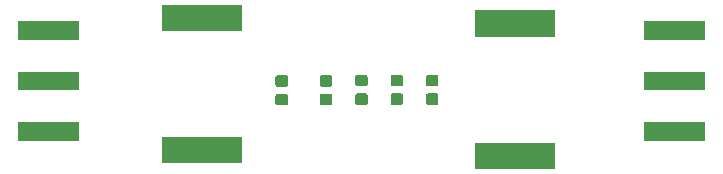
<source format=gts>
G04 #@! TF.GenerationSoftware,KiCad,Pcbnew,(5.1.0)-1*
G04 #@! TF.CreationDate,2019-05-10T18:53:53+02:00*
G04 #@! TF.ProjectId,30mhzLP,33306d68-7a4c-4502-9e6b-696361645f70,rev?*
G04 #@! TF.SameCoordinates,Original*
G04 #@! TF.FileFunction,Soldermask,Top*
G04 #@! TF.FilePolarity,Negative*
%FSLAX46Y46*%
G04 Gerber Fmt 4.6, Leading zero omitted, Abs format (unit mm)*
G04 Created by KiCad (PCBNEW (5.1.0)-1) date 2019-05-10 18:53:53*
%MOMM*%
%LPD*%
G04 APERTURE LIST*
%ADD10C,0.100000*%
G04 APERTURE END LIST*
D10*
G36*
X161416000Y-119971000D02*
G01*
X154584000Y-119971000D01*
X154584000Y-117709000D01*
X161416000Y-117709000D01*
X161416000Y-119971000D01*
X161416000Y-119971000D01*
G37*
G36*
X134916000Y-119471000D02*
G01*
X128084000Y-119471000D01*
X128084000Y-117209000D01*
X134916000Y-117209000D01*
X134916000Y-119471000D01*
X134916000Y-119471000D01*
G37*
G36*
X174091000Y-117551000D02*
G01*
X168909000Y-117551000D01*
X168909000Y-115949000D01*
X174091000Y-115949000D01*
X174091000Y-117551000D01*
X174091000Y-117551000D01*
G37*
G36*
X121091000Y-117551000D02*
G01*
X115909000Y-117551000D01*
X115909000Y-115949000D01*
X121091000Y-115949000D01*
X121091000Y-117551000D01*
X121091000Y-117551000D01*
G37*
G36*
X138629591Y-113590585D02*
G01*
X138663569Y-113600893D01*
X138694890Y-113617634D01*
X138722339Y-113640161D01*
X138744866Y-113667610D01*
X138761607Y-113698931D01*
X138771915Y-113732909D01*
X138776000Y-113774390D01*
X138776000Y-114375610D01*
X138771915Y-114417091D01*
X138761607Y-114451069D01*
X138744866Y-114482390D01*
X138722339Y-114509839D01*
X138694890Y-114532366D01*
X138663569Y-114549107D01*
X138629591Y-114559415D01*
X138588110Y-114563500D01*
X137911890Y-114563500D01*
X137870409Y-114559415D01*
X137836431Y-114549107D01*
X137805110Y-114532366D01*
X137777661Y-114509839D01*
X137755134Y-114482390D01*
X137738393Y-114451069D01*
X137728085Y-114417091D01*
X137724000Y-114375610D01*
X137724000Y-113774390D01*
X137728085Y-113732909D01*
X137738393Y-113698931D01*
X137755134Y-113667610D01*
X137777661Y-113640161D01*
X137805110Y-113617634D01*
X137836431Y-113600893D01*
X137870409Y-113590585D01*
X137911890Y-113586500D01*
X138588110Y-113586500D01*
X138629591Y-113590585D01*
X138629591Y-113590585D01*
G37*
G36*
X142379591Y-113590585D02*
G01*
X142413569Y-113600893D01*
X142444890Y-113617634D01*
X142472339Y-113640161D01*
X142494866Y-113667610D01*
X142511607Y-113698931D01*
X142521915Y-113732909D01*
X142526000Y-113774390D01*
X142526000Y-114375610D01*
X142521915Y-114417091D01*
X142511607Y-114451069D01*
X142494866Y-114482390D01*
X142472339Y-114509839D01*
X142444890Y-114532366D01*
X142413569Y-114549107D01*
X142379591Y-114559415D01*
X142338110Y-114563500D01*
X141661890Y-114563500D01*
X141620409Y-114559415D01*
X141586431Y-114549107D01*
X141555110Y-114532366D01*
X141527661Y-114509839D01*
X141505134Y-114482390D01*
X141488393Y-114451069D01*
X141478085Y-114417091D01*
X141474000Y-114375610D01*
X141474000Y-113774390D01*
X141478085Y-113732909D01*
X141488393Y-113698931D01*
X141505134Y-113667610D01*
X141527661Y-113640161D01*
X141555110Y-113617634D01*
X141586431Y-113600893D01*
X141620409Y-113590585D01*
X141661890Y-113586500D01*
X142338110Y-113586500D01*
X142379591Y-113590585D01*
X142379591Y-113590585D01*
G37*
G36*
X145379591Y-113553085D02*
G01*
X145413569Y-113563393D01*
X145444890Y-113580134D01*
X145472339Y-113602661D01*
X145494866Y-113630110D01*
X145511607Y-113661431D01*
X145521915Y-113695409D01*
X145526000Y-113736890D01*
X145526000Y-114338110D01*
X145521915Y-114379591D01*
X145511607Y-114413569D01*
X145494866Y-114444890D01*
X145472339Y-114472339D01*
X145444890Y-114494866D01*
X145413569Y-114511607D01*
X145379591Y-114521915D01*
X145338110Y-114526000D01*
X144661890Y-114526000D01*
X144620409Y-114521915D01*
X144586431Y-114511607D01*
X144555110Y-114494866D01*
X144527661Y-114472339D01*
X144505134Y-114444890D01*
X144488393Y-114413569D01*
X144478085Y-114379591D01*
X144474000Y-114338110D01*
X144474000Y-113736890D01*
X144478085Y-113695409D01*
X144488393Y-113661431D01*
X144505134Y-113630110D01*
X144527661Y-113602661D01*
X144555110Y-113580134D01*
X144586431Y-113563393D01*
X144620409Y-113553085D01*
X144661890Y-113549000D01*
X145338110Y-113549000D01*
X145379591Y-113553085D01*
X145379591Y-113553085D01*
G37*
G36*
X151379591Y-113553085D02*
G01*
X151413569Y-113563393D01*
X151444890Y-113580134D01*
X151472339Y-113602661D01*
X151494866Y-113630110D01*
X151511607Y-113661431D01*
X151521915Y-113695409D01*
X151526000Y-113736890D01*
X151526000Y-114338110D01*
X151521915Y-114379591D01*
X151511607Y-114413569D01*
X151494866Y-114444890D01*
X151472339Y-114472339D01*
X151444890Y-114494866D01*
X151413569Y-114511607D01*
X151379591Y-114521915D01*
X151338110Y-114526000D01*
X150661890Y-114526000D01*
X150620409Y-114521915D01*
X150586431Y-114511607D01*
X150555110Y-114494866D01*
X150527661Y-114472339D01*
X150505134Y-114444890D01*
X150488393Y-114413569D01*
X150478085Y-114379591D01*
X150474000Y-114338110D01*
X150474000Y-113736890D01*
X150478085Y-113695409D01*
X150488393Y-113661431D01*
X150505134Y-113630110D01*
X150527661Y-113602661D01*
X150555110Y-113580134D01*
X150586431Y-113563393D01*
X150620409Y-113553085D01*
X150661890Y-113549000D01*
X151338110Y-113549000D01*
X151379591Y-113553085D01*
X151379591Y-113553085D01*
G37*
G36*
X148379591Y-113553085D02*
G01*
X148413569Y-113563393D01*
X148444890Y-113580134D01*
X148472339Y-113602661D01*
X148494866Y-113630110D01*
X148511607Y-113661431D01*
X148521915Y-113695409D01*
X148526000Y-113736890D01*
X148526000Y-114338110D01*
X148521915Y-114379591D01*
X148511607Y-114413569D01*
X148494866Y-114444890D01*
X148472339Y-114472339D01*
X148444890Y-114494866D01*
X148413569Y-114511607D01*
X148379591Y-114521915D01*
X148338110Y-114526000D01*
X147661890Y-114526000D01*
X147620409Y-114521915D01*
X147586431Y-114511607D01*
X147555110Y-114494866D01*
X147527661Y-114472339D01*
X147505134Y-114444890D01*
X147488393Y-114413569D01*
X147478085Y-114379591D01*
X147474000Y-114338110D01*
X147474000Y-113736890D01*
X147478085Y-113695409D01*
X147488393Y-113661431D01*
X147505134Y-113630110D01*
X147527661Y-113602661D01*
X147555110Y-113580134D01*
X147586431Y-113563393D01*
X147620409Y-113553085D01*
X147661890Y-113549000D01*
X148338110Y-113549000D01*
X148379591Y-113553085D01*
X148379591Y-113553085D01*
G37*
G36*
X174091000Y-113301000D02*
G01*
X168909000Y-113301000D01*
X168909000Y-111699000D01*
X174091000Y-111699000D01*
X174091000Y-113301000D01*
X174091000Y-113301000D01*
G37*
G36*
X121091000Y-113301000D02*
G01*
X115909000Y-113301000D01*
X115909000Y-111699000D01*
X121091000Y-111699000D01*
X121091000Y-113301000D01*
X121091000Y-113301000D01*
G37*
G36*
X142379591Y-112015585D02*
G01*
X142413569Y-112025893D01*
X142444890Y-112042634D01*
X142472339Y-112065161D01*
X142494866Y-112092610D01*
X142511607Y-112123931D01*
X142521915Y-112157909D01*
X142526000Y-112199390D01*
X142526000Y-112800610D01*
X142521915Y-112842091D01*
X142511607Y-112876069D01*
X142494866Y-112907390D01*
X142472339Y-112934839D01*
X142444890Y-112957366D01*
X142413569Y-112974107D01*
X142379591Y-112984415D01*
X142338110Y-112988500D01*
X141661890Y-112988500D01*
X141620409Y-112984415D01*
X141586431Y-112974107D01*
X141555110Y-112957366D01*
X141527661Y-112934839D01*
X141505134Y-112907390D01*
X141488393Y-112876069D01*
X141478085Y-112842091D01*
X141474000Y-112800610D01*
X141474000Y-112199390D01*
X141478085Y-112157909D01*
X141488393Y-112123931D01*
X141505134Y-112092610D01*
X141527661Y-112065161D01*
X141555110Y-112042634D01*
X141586431Y-112025893D01*
X141620409Y-112015585D01*
X141661890Y-112011500D01*
X142338110Y-112011500D01*
X142379591Y-112015585D01*
X142379591Y-112015585D01*
G37*
G36*
X138629591Y-112015585D02*
G01*
X138663569Y-112025893D01*
X138694890Y-112042634D01*
X138722339Y-112065161D01*
X138744866Y-112092610D01*
X138761607Y-112123931D01*
X138771915Y-112157909D01*
X138776000Y-112199390D01*
X138776000Y-112800610D01*
X138771915Y-112842091D01*
X138761607Y-112876069D01*
X138744866Y-112907390D01*
X138722339Y-112934839D01*
X138694890Y-112957366D01*
X138663569Y-112974107D01*
X138629591Y-112984415D01*
X138588110Y-112988500D01*
X137911890Y-112988500D01*
X137870409Y-112984415D01*
X137836431Y-112974107D01*
X137805110Y-112957366D01*
X137777661Y-112934839D01*
X137755134Y-112907390D01*
X137738393Y-112876069D01*
X137728085Y-112842091D01*
X137724000Y-112800610D01*
X137724000Y-112199390D01*
X137728085Y-112157909D01*
X137738393Y-112123931D01*
X137755134Y-112092610D01*
X137777661Y-112065161D01*
X137805110Y-112042634D01*
X137836431Y-112025893D01*
X137870409Y-112015585D01*
X137911890Y-112011500D01*
X138588110Y-112011500D01*
X138629591Y-112015585D01*
X138629591Y-112015585D01*
G37*
G36*
X148379591Y-111978085D02*
G01*
X148413569Y-111988393D01*
X148444890Y-112005134D01*
X148472339Y-112027661D01*
X148494866Y-112055110D01*
X148511607Y-112086431D01*
X148521915Y-112120409D01*
X148526000Y-112161890D01*
X148526000Y-112763110D01*
X148521915Y-112804591D01*
X148511607Y-112838569D01*
X148494866Y-112869890D01*
X148472339Y-112897339D01*
X148444890Y-112919866D01*
X148413569Y-112936607D01*
X148379591Y-112946915D01*
X148338110Y-112951000D01*
X147661890Y-112951000D01*
X147620409Y-112946915D01*
X147586431Y-112936607D01*
X147555110Y-112919866D01*
X147527661Y-112897339D01*
X147505134Y-112869890D01*
X147488393Y-112838569D01*
X147478085Y-112804591D01*
X147474000Y-112763110D01*
X147474000Y-112161890D01*
X147478085Y-112120409D01*
X147488393Y-112086431D01*
X147505134Y-112055110D01*
X147527661Y-112027661D01*
X147555110Y-112005134D01*
X147586431Y-111988393D01*
X147620409Y-111978085D01*
X147661890Y-111974000D01*
X148338110Y-111974000D01*
X148379591Y-111978085D01*
X148379591Y-111978085D01*
G37*
G36*
X151379591Y-111978085D02*
G01*
X151413569Y-111988393D01*
X151444890Y-112005134D01*
X151472339Y-112027661D01*
X151494866Y-112055110D01*
X151511607Y-112086431D01*
X151521915Y-112120409D01*
X151526000Y-112161890D01*
X151526000Y-112763110D01*
X151521915Y-112804591D01*
X151511607Y-112838569D01*
X151494866Y-112869890D01*
X151472339Y-112897339D01*
X151444890Y-112919866D01*
X151413569Y-112936607D01*
X151379591Y-112946915D01*
X151338110Y-112951000D01*
X150661890Y-112951000D01*
X150620409Y-112946915D01*
X150586431Y-112936607D01*
X150555110Y-112919866D01*
X150527661Y-112897339D01*
X150505134Y-112869890D01*
X150488393Y-112838569D01*
X150478085Y-112804591D01*
X150474000Y-112763110D01*
X150474000Y-112161890D01*
X150478085Y-112120409D01*
X150488393Y-112086431D01*
X150505134Y-112055110D01*
X150527661Y-112027661D01*
X150555110Y-112005134D01*
X150586431Y-111988393D01*
X150620409Y-111978085D01*
X150661890Y-111974000D01*
X151338110Y-111974000D01*
X151379591Y-111978085D01*
X151379591Y-111978085D01*
G37*
G36*
X145379591Y-111978085D02*
G01*
X145413569Y-111988393D01*
X145444890Y-112005134D01*
X145472339Y-112027661D01*
X145494866Y-112055110D01*
X145511607Y-112086431D01*
X145521915Y-112120409D01*
X145526000Y-112161890D01*
X145526000Y-112763110D01*
X145521915Y-112804591D01*
X145511607Y-112838569D01*
X145494866Y-112869890D01*
X145472339Y-112897339D01*
X145444890Y-112919866D01*
X145413569Y-112936607D01*
X145379591Y-112946915D01*
X145338110Y-112951000D01*
X144661890Y-112951000D01*
X144620409Y-112946915D01*
X144586431Y-112936607D01*
X144555110Y-112919866D01*
X144527661Y-112897339D01*
X144505134Y-112869890D01*
X144488393Y-112838569D01*
X144478085Y-112804591D01*
X144474000Y-112763110D01*
X144474000Y-112161890D01*
X144478085Y-112120409D01*
X144488393Y-112086431D01*
X144505134Y-112055110D01*
X144527661Y-112027661D01*
X144555110Y-112005134D01*
X144586431Y-111988393D01*
X144620409Y-111978085D01*
X144661890Y-111974000D01*
X145338110Y-111974000D01*
X145379591Y-111978085D01*
X145379591Y-111978085D01*
G37*
G36*
X174091000Y-109051000D02*
G01*
X168909000Y-109051000D01*
X168909000Y-107449000D01*
X174091000Y-107449000D01*
X174091000Y-109051000D01*
X174091000Y-109051000D01*
G37*
G36*
X121091000Y-109051000D02*
G01*
X115909000Y-109051000D01*
X115909000Y-107449000D01*
X121091000Y-107449000D01*
X121091000Y-109051000D01*
X121091000Y-109051000D01*
G37*
G36*
X161416000Y-108791000D02*
G01*
X154584000Y-108791000D01*
X154584000Y-106529000D01*
X161416000Y-106529000D01*
X161416000Y-108791000D01*
X161416000Y-108791000D01*
G37*
G36*
X134916000Y-108291000D02*
G01*
X128084000Y-108291000D01*
X128084000Y-106029000D01*
X134916000Y-106029000D01*
X134916000Y-108291000D01*
X134916000Y-108291000D01*
G37*
M02*

</source>
